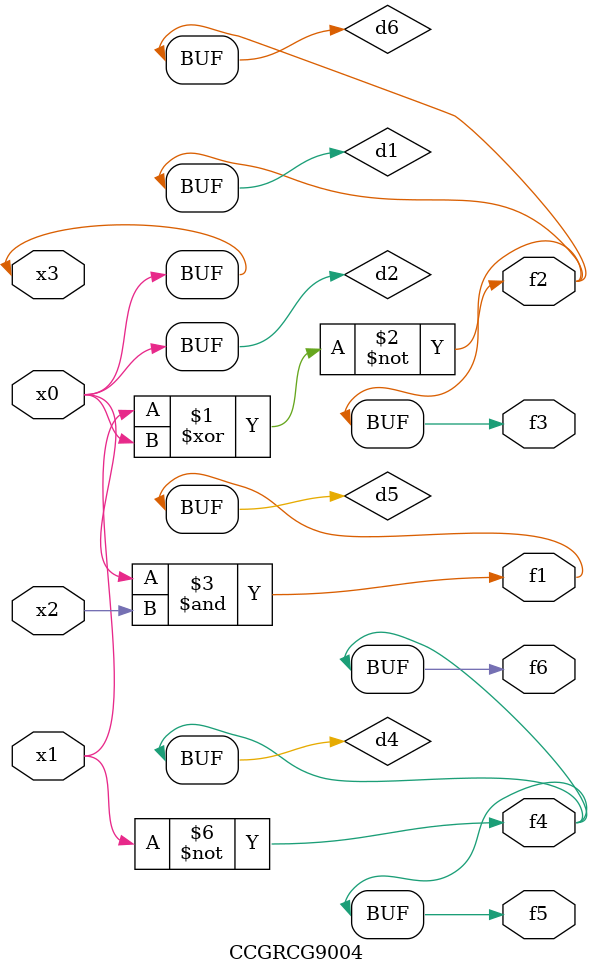
<source format=v>
module CCGRCG9004(
	input x0, x1, x2, x3,
	output f1, f2, f3, f4, f5, f6
);

	wire d1, d2, d3, d4, d5, d6;

	xnor (d1, x1, x3);
	buf (d2, x0, x3);
	nand (d3, x0, x2);
	not (d4, x1);
	nand (d5, d3);
	or (d6, d1);
	assign f1 = d5;
	assign f2 = d6;
	assign f3 = d6;
	assign f4 = d4;
	assign f5 = d4;
	assign f6 = d4;
endmodule

</source>
